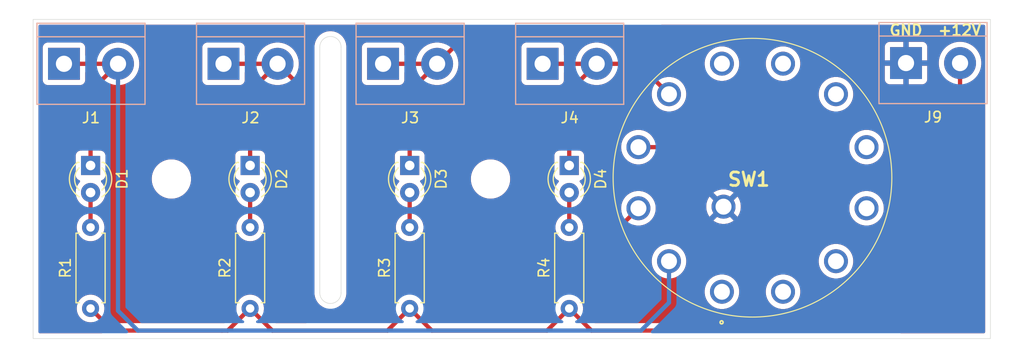
<source format=kicad_pcb>
(kicad_pcb (version 20241229) (generator "pcbnew") (generator_version "9.0")
  (title_block (title "Amp Switcher - 4-way Control Matrix") (date "2025-03-17") (rev "1.0") (comment 3 "SPDX-FileCopyrightText: 2025 Arnaud Ferraris <aferraris@debian.org>") (comment 4 "SPDX-License-Identifier: CERN-OHL-S-2.0+"))
  (layers (0 "F.Cu" signal) (2 "B.Cu" signal) (13 "F.Paste" user) (15 "B.Paste" user) (5 "F.SilkS" user "F.Silkscreen") (7 "B.SilkS" user "B.Silkscreen") (1 "F.Mask" user) (3 "B.Mask" user) (25 "Edge.Cuts" user))
  (net 0 "")
  (net 1 "Net-(D1-K)")
  (net 2 "Net-(D1-A)")
  (net 3 "Net-(D2-A)")
  (net 4 "Net-(D2-K)")
  (net 5 "Net-(D3-K)")
  (net 6 "Net-(D3-A)")
  (net 7 "Net-(D4-A)")
  (net 8 "Net-(D4-K)")
  (net 13 "GND")
  (net 14 "+12V")
  (footprint "LED_THT:LED_D3.0mm" (layer "F.Cu") (at 95.4 93.73 -90)
    (property "Reference" "D3" (at 1.27 -2.96 90) (layer "F.SilkS"))
    (property "Value" "LED")
    (fp_line (start -0.29 1.08) (end -0.29 1.236) (stroke (width 0.12)) (layer "F.SilkS"))
    (fp_line (start -0.29 -1.236) (end -0.29 -1.08) (stroke (width 0.12)) (layer "F.SilkS"))
    (fp_arc (start 2.941397 1.080061) (mid 1.365624 1.987701) (end -0.29 1.235516) (stroke (width 0.12)) (layer "F.SilkS"))
    (fp_arc (start 2.31091 1.080049) (mid 1.269964 1.5) (end 0.229039 1.08) (stroke (width 0.12)) (layer "F.SilkS"))
    (fp_arc (start 0.229039 -1.08) (mid 1.269964 -1.5) (end 2.31091 -1.080049) (stroke (width 0.12)) (layer "F.SilkS"))
    (fp_arc (start -0.29 -1.235516) (mid 1.365624 -1.987701) (end 2.941397 -1.080061) (stroke (width 0.12)) (layer "F.SilkS"))
    (pad "1" thru_hole rect (at 0 0 270) (size 1.8 1.8) (drill 0.9) (layers "*.Cu" "*.Mask") (net 5 "Net-(D3-K)"))
    (pad "2" thru_hole circle (at 2.54 0 270) (size 1.8 1.8) (drill 0.9) (layers "*.Cu" "*.Mask") (net 6 "Net-(D3-A)"))
  )
  (footprint "Personal_Footprints:CK1059" (layer "F.Cu") (at 124.75422 105.6)
    (property "Reference" "SW1" (at 2.52889 -10.56878 0) (layer "F.SilkS") (effects (font (size 1.27 1.27) (thickness 0.254))))
    (property "Value" "SW_Rotary_1x12" (hide yes))
    (fp_circle (center -0.032 2.875) (end -0.032 2.944) (stroke (width 0.15)) (fill no) (layer "F.SilkS"))
    (fp_circle (center 2.87289 -10.72178) (end 2.87289 2.37822) (stroke (width 0.1)) (fill no) (layer "F.SilkS"))
    (pad "1" thru_hole circle (at 0 0) (size 2.25 2.25) (drill 1.5) (layers "*.Cu" "*.Mask"))
    (pad "2" thru_hole circle (at -4.97599 -2.87289) (size 2.25 2.25) (drill 1.5) (layers "*.Cu" "*.Mask") (net 1 "Net-(D1-K)"))
    (pad "3" thru_hole circle (at -7.84889 -7.84889) (size 2.25 2.25) (drill 1.5) (layers "*.Cu" "*.Mask") (net 4 "Net-(D2-K)"))
    (pad "4" thru_hole circle (at -7.84889 -13.59467) (size 2.25 2.25) (drill 1.5) (layers "*.Cu" "*.Mask") (net 5 "Net-(D3-K)"))
    (pad "5" thru_hole circle (at -4.97599 -18.57066) (size 2.25 2.25) (drill 1.5) (layers "*.Cu" "*.Mask") (net 8 "Net-(D4-K)"))
    (pad "6" thru_hole circle (at 0 -21.44355) (size 2.25 2.25) (drill 1.5) (layers "*.Cu" "*.Mask"))
    (pad "7" thru_hole circle (at 5.74578 -21.44355) (size 2.25 2.25) (drill 1.5) (layers "*.Cu" "*.Mask"))
    (pad "8" thru_hole circle (at 10.72178 -18.57066) (size 2.25 2.25) (drill 1.5) (layers "*.Cu" "*.Mask"))
    (pad "9" thru_hole circle (at 13.59467 -13.594671) (size 2.25 2.25) (drill 1.5) (layers "*.Cu" "*.Mask"))
    (pad "10" thru_hole circle (at 13.59467 -7.84889) (size 2.25 2.25) (drill 1.5) (layers "*.Cu" "*.Mask"))
    (pad "11" thru_hole circle (at 10.72178 -2.87289) (size 2.25 2.25) (drill 1.5) (layers "*.Cu" "*.Mask"))
    (pad "12" thru_hole circle (at 5.74578 0) (size 2.25 2.25) (drill 1.5) (layers "*.Cu" "*.Mask"))
    (pad "13" thru_hole circle (at 0.15053 -7.99942) (size 2.25 2.25) (drill 1.5) (layers "*.Cu" "*.Mask") (net 13 "GND"))
  )
  (footprint "Resistor_THT:R_Axial_DIN0207_L6.3mm_D2.5mm_P7.62mm_Horizontal" (layer "F.Cu") (at 80.4 107.17 90)
    (property "Reference" "R2" (at 3.81 -2.37 90) (layer "F.SilkS"))
    (property "Value" "680R")
    (fp_line (start 7.08 -1.37) (end 7.08 -1.04) (stroke (width 0.12)) (layer "F.SilkS"))
    (fp_line (start 0.54 -1.37) (end 7.08 -1.37) (stroke (width 0.12)) (layer "F.SilkS"))
    (fp_line (start 0.54 -1.04) (end 0.54 -1.37) (stroke (width 0.12)) (layer "F.SilkS"))
    (fp_line (start 0.54 1.04) (end 0.54 1.37) (stroke (width 0.12)) (layer "F.SilkS"))
    (fp_line (start 7.08 1.37) (end 7.08 1.04) (stroke (width 0.12)) (layer "F.SilkS"))
    (fp_line (start 0.54 1.37) (end 7.08 1.37) (stroke (width 0.12)) (layer "F.SilkS"))
    (pad "1" thru_hole circle (at 0 0 90) (size 1.6 1.6) (drill 0.8) (layers "*.Cu" "*.Mask") (net 14 "+12V"))
    (pad "2" thru_hole oval (at 7.62 0 90) (size 1.6 1.6) (drill 0.8) (layers "*.Cu" "*.Mask") (net 3 "Net-(D2-A)"))
  )
  (footprint "LED_THT:LED_D3.0mm" (layer "F.Cu") (at 80.4 93.73 -90)
    (property "Reference" "D2" (at 1.27 -2.96 90) (layer "F.SilkS"))
    (property "Value" "LED")
    (fp_line (start -0.29 1.08) (end -0.29 1.236) (stroke (width 0.12)) (layer "F.SilkS"))
    (fp_line (start -0.29 -1.236) (end -0.29 -1.08) (stroke (width 0.12)) (layer "F.SilkS"))
    (fp_arc (start 2.941397 1.080061) (mid 1.365624 1.987701) (end -0.29 1.235516) (stroke (width 0.12)) (layer "F.SilkS"))
    (fp_arc (start 2.31091 1.080049) (mid 1.269964 1.5) (end 0.229039 1.08) (stroke (width 0.12)) (layer "F.SilkS"))
    (fp_arc (start 0.229039 -1.08) (mid 1.269964 -1.5) (end 2.31091 -1.080049) (stroke (width 0.12)) (layer "F.SilkS"))
    (fp_arc (start -0.29 -1.235516) (mid 1.365624 -1.987701) (end 2.941397 -1.080061) (stroke (width 0.12)) (layer "F.SilkS"))
    (pad "1" thru_hole rect (at 0 0 270) (size 1.8 1.8) (drill 0.9) (layers "*.Cu" "*.Mask") (net 4 "Net-(D2-K)"))
    (pad "2" thru_hole circle (at 2.54 0 270) (size 1.8 1.8) (drill 0.9) (layers "*.Cu" "*.Mask") (net 3 "Net-(D2-A)"))
  )
  (footprint "MountingHole:MountingHole_3.2mm_M3" (layer "F.Cu") (at 103 95)
    (property "Reference" "H2" (hide yes))
    (property "Value" "MountingHole")
    (pad "" np_thru_hole circle (at 0 0) (size 3.2 3.2) (drill 3.2) (layers "*.Cu" "*.Mask"))
  )
  (footprint "LED_THT:LED_D3.0mm" (layer "F.Cu") (at 110.4 93.73 -90)
    (property "Reference" "D4" (at 1.27 -2.96 90) (layer "F.SilkS"))
    (property "Value" "LED")
    (fp_line (start -0.29 1.08) (end -0.29 1.236) (stroke (width 0.12)) (layer "F.SilkS"))
    (fp_line (start -0.29 -1.236) (end -0.29 -1.08) (stroke (width 0.12)) (layer "F.SilkS"))
    (fp_arc (start 2.941397 1.080061) (mid 1.365624 1.987701) (end -0.29 1.235516) (stroke (width 0.12)) (layer "F.SilkS"))
    (fp_arc (start 2.31091 1.080049) (mid 1.269964 1.5) (end 0.229039 1.08) (stroke (width 0.12)) (layer "F.SilkS"))
    (fp_arc (start 0.229039 -1.08) (mid 1.269964 -1.5) (end 2.31091 -1.080049) (stroke (width 0.12)) (layer "F.SilkS"))
    (fp_arc (start -0.29 -1.235516) (mid 1.365624 -1.987701) (end 2.941397 -1.080061) (stroke (width 0.12)) (layer "F.SilkS"))
    (pad "1" thru_hole rect (at 0 0 270) (size 1.8 1.8) (drill 0.9) (layers "*.Cu" "*.Mask") (net 8 "Net-(D4-K)"))
    (pad "2" thru_hole circle (at 2.54 0 270) (size 1.8 1.8) (drill 0.9) (layers "*.Cu" "*.Mask") (net 7 "Net-(D4-A)"))
  )
  (footprint "Resistor_THT:R_Axial_DIN0207_L6.3mm_D2.5mm_P7.62mm_Horizontal" (layer "F.Cu") (at 110.4 107.17 90)
    (property "Reference" "R4" (at 3.81 -2.37 90) (layer "F.SilkS"))
    (property "Value" "680R")
    (fp_line (start 7.08 -1.37) (end 7.08 -1.04) (stroke (width 0.12)) (layer "F.SilkS"))
    (fp_line (start 0.54 -1.37) (end 7.08 -1.37) (stroke (width 0.12)) (layer "F.SilkS"))
    (fp_line (start 0.54 -1.04) (end 0.54 -1.37) (stroke (width 0.12)) (layer "F.SilkS"))
    (fp_line (start 0.54 1.04) (end 0.54 1.37) (stroke (width 0.12)) (layer "F.SilkS"))
    (fp_line (start 7.08 1.37) (end 7.08 1.04) (stroke (width 0.12)) (layer "F.SilkS"))
    (fp_line (start 0.54 1.37) (end 7.08 1.37) (stroke (width 0.12)) (layer "F.SilkS"))
    (pad "1" thru_hole circle (at 0 0 90) (size 1.6 1.6) (drill 0.8) (layers "*.Cu" "*.Mask") (net 14 "+12V"))
    (pad "2" thru_hole oval (at 7.62 0 90) (size 1.6 1.6) (drill 0.8) (layers "*.Cu" "*.Mask") (net 7 "Net-(D4-A)"))
  )
  (footprint "MountingHole:MountingHole_3.2mm_M3" (layer "F.Cu") (at 73 95)
    (property "Reference" "H1" (hide yes))
    (property "Value" "MountingHole")
    (pad "" np_thru_hole circle (at 0 0) (size 3.2 3.2) (drill 3.2) (layers "*.Cu" "*.Mask"))
  )
  (footprint "Resistor_THT:R_Axial_DIN0207_L6.3mm_D2.5mm_P7.62mm_Horizontal" (layer "F.Cu") (at 65.4 107.17 90)
    (property "Reference" "R1" (at 3.81 -2.37 90) (layer "F.SilkS"))
    (property "Value" "680R")
    (fp_line (start 7.08 -1.37) (end 7.08 -1.04) (stroke (width 0.12)) (layer "F.SilkS"))
    (fp_line (start 0.54 -1.37) (end 7.08 -1.37) (stroke (width 0.12)) (layer "F.SilkS"))
    (fp_line (start 0.54 -1.04) (end 0.54 -1.37) (stroke (width 0.12)) (layer "F.SilkS"))
    (fp_line (start 0.54 1.04) (end 0.54 1.37) (stroke (width 0.12)) (layer "F.SilkS"))
    (fp_line (start 7.08 1.37) (end 7.08 1.04) (stroke (width 0.12)) (layer "F.SilkS"))
    (fp_line (start 0.54 1.37) (end 7.08 1.37) (stroke (width 0.12)) (layer "F.SilkS"))
    (pad "1" thru_hole circle (at 0 0 90) (size 1.6 1.6) (drill 0.8) (layers "*.Cu" "*.Mask") (net 14 "+12V"))
    (pad "2" thru_hole oval (at 7.62 0 90) (size 1.6 1.6) (drill 0.8) (layers "*.Cu" "*.Mask") (net 2 "Net-(D1-A)"))
  )
  (footprint "LED_THT:LED_D3.0mm" (layer "F.Cu") (at 65.4 93.73 -90)
    (property "Reference" "D1" (at 1.27 -2.96 90) (layer "F.SilkS"))
    (property "Value" "LED")
    (fp_line (start -0.29 1.08) (end -0.29 1.236) (stroke (width 0.12)) (layer "F.SilkS"))
    (fp_line (start -0.29 -1.236) (end -0.29 -1.08) (stroke (width 0.12)) (layer "F.SilkS"))
    (fp_arc (start 2.941397 1.080061) (mid 1.365624 1.987701) (end -0.29 1.235516) (stroke (width 0.12)) (layer "F.SilkS"))
    (fp_arc (start 2.31091 1.080049) (mid 1.269964 1.5) (end 0.229039 1.08) (stroke (width 0.12)) (layer "F.SilkS"))
    (fp_arc (start 0.229039 -1.08) (mid 1.269964 -1.5) (end 2.31091 -1.080049) (stroke (width 0.12)) (layer "F.SilkS"))
    (fp_arc (start -0.29 -1.235516) (mid 1.365624 -1.987701) (end 2.941397 -1.080061) (stroke (width 0.12)) (layer "F.SilkS"))
    (pad "1" thru_hole rect (at 0 0 270) (size 1.8 1.8) (drill 0.9) (layers "*.Cu" "*.Mask") (net 1 "Net-(D1-K)"))
    (pad "2" thru_hole circle (at 2.54 0 270) (size 1.8 1.8) (drill 0.9) (layers "*.Cu" "*.Mask") (net 2 "Net-(D1-A)"))
  )
  (footprint "Resistor_THT:R_Axial_DIN0207_L6.3mm_D2.5mm_P7.62mm_Horizontal" (layer "F.Cu") (at 95.4 107.17 90)
    (property "Reference" "R3" (at 3.81 -2.37 90) (layer "F.SilkS"))
    (property "Value" "680R")
    (fp_line (start 7.08 -1.37) (end 7.08 -1.04) (stroke (width 0.12)) (layer "F.SilkS"))
    (fp_line (start 0.54 -1.37) (end 7.08 -1.37) (stroke (width 0.12)) (layer "F.SilkS"))
    (fp_line (start 0.54 -1.04) (end 0.54 -1.37) (stroke (width 0.12)) (layer "F.SilkS"))
    (fp_line (start 0.54 1.04) (end 0.54 1.37) (stroke (width 0.12)) (layer "F.SilkS"))
    (fp_line (start 7.08 1.37) (end 7.08 1.04) (stroke (width 0.12)) (layer "F.SilkS"))
    (fp_line (start 0.54 1.37) (end 7.08 1.37) (stroke (width 0.12)) (layer "F.SilkS"))
    (pad "1" thru_hole circle (at 0 0 90) (size 1.6 1.6) (drill 0.8) (layers "*.Cu" "*.Mask") (net 14 "+12V"))
    (pad "2" thru_hole oval (at 7.62 0 90) (size 1.6 1.6) (drill 0.8) (layers "*.Cu" "*.Mask") (net 6 "Net-(D3-A)"))
  )
  (footprint "TerminalBlock:TerminalBlock_bornier-2_P5.08mm" (layer "B.Cu") (at 62.9 84.17)
    (property "Reference" "J1" (at 2.54 5.08 0) (layer "F.SilkS"))
    (property "Value" "Screw_Terminal_01x02")
    (fp_line (start -2.54 -3.81) (end 7.62 -3.81) (stroke (width 0.12)) (layer "B.SilkS"))
    (fp_line (start -2.54 3.81) (end -2.54 -3.81) (stroke (width 0.12)) (layer "B.SilkS"))
    (fp_line (start 7.62 -3.81) (end 7.62 3.81) (stroke (width 0.12)) (layer "B.SilkS"))
    (fp_line (start 7.62 -2.54) (end -2.54 -2.54) (stroke (width 0.12)) (layer "B.SilkS"))
    (fp_line (start 7.62 3.81) (end -2.54 3.81) (stroke (width 0.12)) (layer "B.SilkS"))
    (pad "1" thru_hole rect (at 0 0) (size 3 3) (drill 1.52) (layers "*.Cu" "*.Mask") (net 1 "Net-(D1-K)"))
    (pad "2" thru_hole circle (at 5.08 0) (size 3 3) (drill 1.52) (layers "*.Cu" "*.Mask") (net 1 "Net-(D1-K)"))
  )
  (footprint "TerminalBlock:TerminalBlock_bornier-2_P5.08mm" (layer "B.Cu") (at 77.9 84.17)
    (property "Reference" "J2" (at 2.54 5.08 0) (layer "F.SilkS"))
    (property "Value" "Screw_Terminal_01x02")
    (fp_line (start -2.54 -3.81) (end 7.62 -3.81) (stroke (width 0.12)) (layer "B.SilkS"))
    (fp_line (start -2.54 3.81) (end -2.54 -3.81) (stroke (width 0.12)) (layer "B.SilkS"))
    (fp_line (start 7.62 -3.81) (end 7.62 3.81) (stroke (width 0.12)) (layer "B.SilkS"))
    (fp_line (start 7.62 -2.54) (end -2.54 -2.54) (stroke (width 0.12)) (layer "B.SilkS"))
    (fp_line (start 7.62 3.81) (end -2.54 3.81) (stroke (width 0.12)) (layer "B.SilkS"))
    (pad "1" thru_hole rect (at 0 0) (size 3 3) (drill 1.52) (layers "*.Cu" "*.Mask") (net 4 "Net-(D2-K)"))
    (pad "2" thru_hole circle (at 5.08 0) (size 3 3) (drill 1.52) (layers "*.Cu" "*.Mask") (net 4 "Net-(D2-K)"))
  )
  (footprint "TerminalBlock:TerminalBlock_bornier-2_P5.08mm" (layer "B.Cu") (at 92.9 84.17)
    (property "Reference" "J3" (at 2.54 5.08 0) (layer "F.SilkS"))
    (property "Value" "Screw_Terminal_01x02")
    (fp_line (start -2.54 -3.81) (end 7.62 -3.81) (stroke (width 0.12)) (layer "B.SilkS"))
    (fp_line (start -2.54 3.81) (end -2.54 -3.81) (stroke (width 0.12)) (layer "B.SilkS"))
    (fp_line (start 7.62 -3.81) (end 7.62 3.81) (stroke (width 0.12)) (layer "B.SilkS"))
    (fp_line (start 7.62 -2.54) (end -2.54 -2.54) (stroke (width 0.12)) (layer "B.SilkS"))
    (fp_line (start 7.62 3.81) (end -2.54 3.81) (stroke (width 0.12)) (layer "B.SilkS"))
    (pad "1" thru_hole rect (at 0 0) (size 3 3) (drill 1.52) (layers "*.Cu" "*.Mask") (net 5 "Net-(D3-K)"))
    (pad "2" thru_hole circle (at 5.08 0) (size 3 3) (drill 1.52) (layers "*.Cu" "*.Mask") (net 5 "Net-(D3-K)"))
  )
  (footprint "TerminalBlock:TerminalBlock_bornier-2_P5.08mm" (layer "B.Cu") (at 107.9 84.17)
    (property "Reference" "J4" (at 2.54 5.08 0) (layer "F.SilkS"))
    (property "Value" "Screw_Terminal_01x02")
    (fp_line (start -2.54 -3.81) (end 7.62 -3.81) (stroke (width 0.12)) (layer "B.SilkS"))
    (fp_line (start -2.54 3.81) (end -2.54 -3.81) (stroke (width 0.12)) (layer "B.SilkS"))
    (fp_line (start 7.62 -3.81) (end 7.62 3.81) (stroke (width 0.12)) (layer "B.SilkS"))
    (fp_line (start 7.62 -2.54) (end -2.54 -2.54) (stroke (width 0.12)) (layer "B.SilkS"))
    (fp_line (start 7.62 3.81) (end -2.54 3.81) (stroke (width 0.12)) (layer "B.SilkS"))
    (pad "1" thru_hole rect (at 0 0) (size 3 3) (drill 1.52) (layers "*.Cu" "*.Mask") (net 8 "Net-(D4-K)"))
    (pad "2" thru_hole circle (at 5.08 0) (size 3 3) (drill 1.52) (layers "*.Cu" "*.Mask") (net 8 "Net-(D4-K)"))
  )
  (footprint "TerminalBlock:TerminalBlock_bornier-2_P5.08mm" (layer "B.Cu") (at 142.06 84.1)
    (property "Reference" "J9" (at 2.54 5.08 0) (layer "F.SilkS"))
    (property "Value" "Screw_Terminal_01x02")
    (fp_line (start -2.54 -3.81) (end 7.62 -3.81) (stroke (width 0.12)) (layer "B.SilkS"))
    (fp_line (start -2.54 3.81) (end -2.54 -3.81) (stroke (width 0.12)) (layer "B.SilkS"))
    (fp_line (start 7.62 -3.81) (end 7.62 3.81) (stroke (width 0.12)) (layer "B.SilkS"))
    (fp_line (start 7.62 -2.54) (end -2.54 -2.54) (stroke (width 0.12)) (layer "B.SilkS"))
    (fp_line (start 7.62 3.81) (end -2.54 3.81) (stroke (width 0.12)) (layer "B.SilkS"))
    (pad "1" thru_hole rect (at 0 0) (size 3 3) (drill 1.52) (layers "*.Cu" "*.Mask") (net 13 "GND"))
    (pad "2" thru_hole circle (at 5.08 0) (size 3 3) (drill 1.52) (layers "*.Cu" "*.Mask") (net 14 "+12V"))
  )
  (gr_arc (start 86.95 82.6) (mid 87.95 81.6) (end 88.95 82.6) (stroke (width 0.05)) (layer "Edge.Cuts"))
  (gr_line (start 88.95 82.6) (end 88.95 105.7) (stroke (width 0.05)) (layer "Edge.Cuts"))
  (gr_arc (start 88.95 105.7) (mid 87.95 106.7) (end 86.95 105.7) (stroke (width 0.05)) (layer "Edge.Cuts"))
  (gr_line (start 86.95 105.7) (end 86.95 82.6) (stroke (width 0.05)) (layer "Edge.Cuts"))
  (gr_rect (start 60 80) (end 150 110) (stroke (width 0.05)) (fill no) (layer "Edge.Cuts"))
  (gr_text "GND  +12V" (at 140.4 81.6 0) (layer "F.SilkS") (effects (font (size 1 1) (thickness 0.2) (bold yes)) (justify left bottom)))
  (segment (start 67.98 84.17) (end 65.4 86.75) (width 0.4) (layer "F.Cu") (net 1))
  (segment (start 62.9 84.17) (end 67.98 84.17) (width 0.4) (layer "F.Cu") (net 1))
  (segment (start 65.4 86.75) (end 65.4 93.73) (width 0.4) (layer "F.Cu") (net 1))
  (segment (start 117.151 109.249) (end 119.77823 106.62177) (width 0.4) (layer "B.Cu") (net 1))
  (segment (start 67.98 107.38) (end 69.849 109.249) (width 0.4) (layer "B.Cu") (net 1))
  (segment (start 119.77823 106.62177) (end 119.77823 102.72711) (width 0.4) (layer "B.Cu") (net 1))
  (segment (start 67.98 84.17) (end 67.98 107.38) (width 0.4) (layer "B.Cu") (net 1))
  (segment (start 69.849 109.249) (end 117.151 109.249) (width 0.4) (layer "B.Cu") (net 1))
  (segment (start 65.4 96.27) (end 65.4 99.55) (width 0.4) (layer "F.Cu") (net 2))
  (segment (start 80.4 96.27) (end 80.4 99.55) (width 0.4) (layer "F.Cu") (net 3))
  (segment (start 82.98 84.17) (end 85.2 86.39) (width 0.4) (layer "F.Cu") (net 4))
  (segment (start 113 105.5) (end 114.3 104.2) (width 0.4) (layer "F.Cu") (net 4))
  (segment (start 85.2 86.39) (end 85.2 106.8) (width 0.4) (layer "F.Cu") (net 4))
  (segment (start 90.3 108) (end 92.8 105.5) (width 0.4) (layer "F.Cu") (net 4))
  (segment (start 114.3 104.2) (end 114.3 100.35644) (width 0.4) (layer "F.Cu") (net 4))
  (segment (start 85.2 106.8) (end 86.4 108) (width 0.4) (layer "F.Cu") (net 4))
  (segment (start 80.4 86.75) (end 80.4 93.73) (width 0.4) (layer "F.Cu") (net 4))
  (segment (start 114.3 100.35644) (end 116.90533 97.75111) (width 0.4) (layer "F.Cu") (net 4))
  (segment (start 82.98 84.17) (end 80.4 86.75) (width 0.4) (layer "F.Cu") (net 4))
  (segment (start 92.8 105.5) (end 113 105.5) (width 0.4) (layer "F.Cu") (net 4))
  (segment (start 77.9 84.17) (end 82.98 84.17) (width 0.4) (layer "F.Cu") (net 4))
  (segment (start 86.4 108) (end 90.3 108) (width 0.4) (layer "F.Cu") (net 4))
  (segment (start 95.4 91.17) (end 95.4 86.75) (width 0.4) (layer "F.Cu") (net 5))
  (segment (start 92.9 84.17) (end 97.98 84.17) (width 0.4) (layer "F.Cu") (net 5))
  (segment (start 95.4 91.17) (end 95.4 93.73) (width 0.4) (layer "F.Cu") (net 5))
  (segment (start 120.40533 92.00533) (end 116.90533 92.00533) (width 0.4) (layer "F.Cu") (net 5))
  (segment (start 120.5 92.1) (end 120.40533 92.00533) (width 0.4) (layer "F.Cu") (net 5))
  (segment (start 118.2 80.9) (end 122.9 85.6) (width 0.4) (layer "F.Cu") (net 5))
  (segment (start 97.98 84.17) (end 101.25 80.9) (width 0.4) (layer "F.Cu") (net 5))
  (segment (start 122.9 89.7) (end 120.5 92.1) (width 0.4) (layer "F.Cu") (net 5))
  (segment (start 122.9 85.6) (end 122.9 89.7) (width 0.4) (layer "F.Cu") (net 5))
  (segment (start 101.25 80.9) (end 118.2 80.9) (width 0.4) (layer "F.Cu") (net 5))
  (segment (start 95.4 86.75) (end 97.98 84.17) (width 0.4) (layer "F.Cu") (net 5))
  (segment (start 95.4 96.27) (end 95.4 99.55) (width 0.4) (layer "F.Cu") (net 6))
  (segment (start 110.4 96.27) (end 110.4 99.55) (width 0.4) (layer "F.Cu") (net 7))
  (segment (start 112.98 84.17) (end 116.91889 84.17) (width 0.4) (layer "F.Cu") (net 8))
  (segment (start 107.9 84.17) (end 112.98 84.17) (width 0.4) (layer "F.Cu") (net 8))
  (segment (start 112.98 84.17) (end 110.4 86.75) (width 0.4) (layer "F.Cu") (net 8))
  (segment (start 116.91889 84.17) (end 119.77823 87.02934) (width 0.4) (layer "F.Cu") (net 8))
  (segment (start 110.4 86.75) (end 110.4 93.73) (width 0.4) (layer "F.Cu") (net 8))
  (segment (start 119.396899 87.2) (end 119.67289 86.924009) (width 0.4) (layer "B.Cu") (net 8))
  (segment (start 147.14 84.1) (end 147.14 102.66) (width 0.4) (layer "F.Cu") (net 14))
  (segment (start 112.479 109.249) (end 140.551 109.249) (width 0.4) (layer "F.Cu") (net 14))
  (segment (start 93.321 109.249) (end 95.4 107.17) (width 0.4) (layer "F.Cu") (net 14))
  (segment (start 67.479 109.249) (end 77.75 109.249) (width 0.4) (layer "F.Cu") (net 14))
  (segment (start 95.4 107.17) (end 97.479 109.249) (width 0.4) (layer "F.Cu") (net 14))
  (segment (start 108.321 109.249) (end 110.4 107.17) (width 0.4) (layer "F.Cu") (net 14))
  (segment (start 78.301 109.249) (end 80.38 107.17) (width 0.4) (layer "F.Cu") (net 14))
  (segment (start 80.4 107.17) (end 82.479 109.249) (width 0.4) (layer "F.Cu") (net 14))
  (segment (start 110.4 107.17) (end 112.479 109.249) (width 0.4) (layer "F.Cu") (net 14))
  (segment (start 97.479 109.249) (end 108.321 109.249) (width 0.4) (layer "F.Cu") (net 14))
  (segment (start 80.38 107.17) (end 80.4 107.17) (width 0.4) (layer "F.Cu") (net 14))
  (segment (start 77.75 109.249) (end 78.301 109.249) (width 0.4) (layer "F.Cu") (net 14))
  (segment (start 82.479 109.249) (end 93.321 109.249) (width 0.4) (layer "F.Cu") (net 14))
  (segment (start 65.4 107.17) (end 67.479 109.249) (width 0.4) (layer "F.Cu") (net 14))
  (segment (start 147.14 102.66) (end 140.551 109.249) (width 0.4) (layer "F.Cu") (net 14))
  (zone (net 13) (net_name "GND") (layers "F.Cu" "B.Cu") (connect_pads (clearance 0.5)) (min_thickness 0.25) (fill yes (thermal_gap 0.5) (thermal_bridge_width 0.5))
    (polygon (pts (xy 59.1 79.2) (xy 151.2 78.8) (xy 151.3 110.9) (xy 58.8 110.7)))
  )
)
</source>
